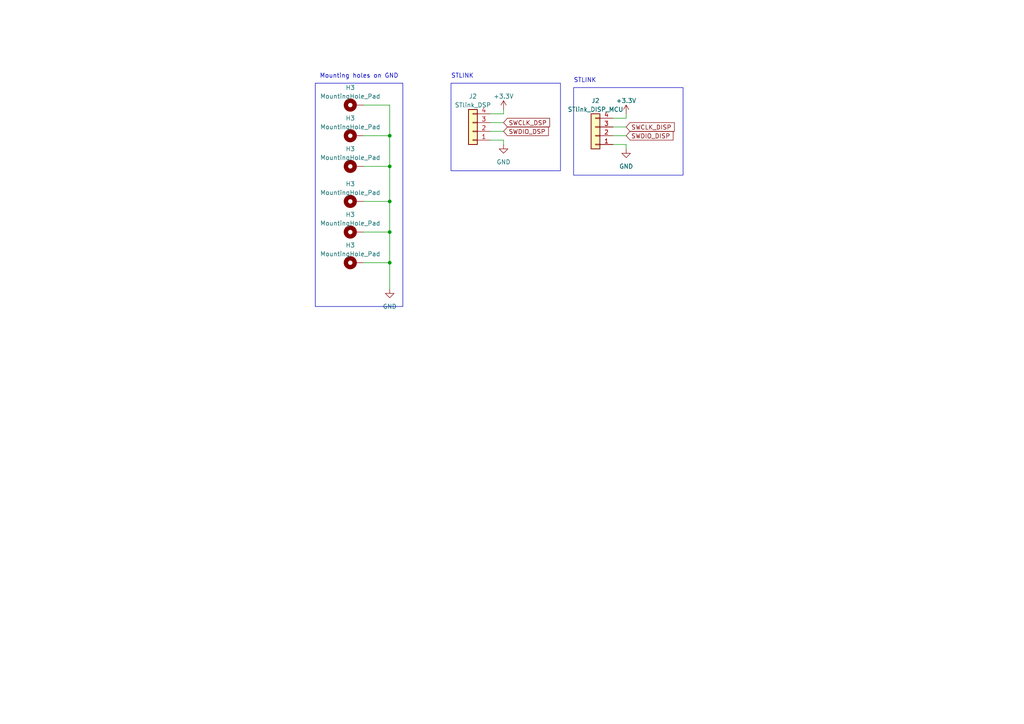
<source format=kicad_sch>
(kicad_sch (version 20230121) (generator eeschema)
  (paper "A4")
  (lib_symbols
    (symbol "Connector_Generic:Conn_01x04" (pin_names (offset 1.016) hide)
      (property "Reference" "J" (at 0 5.08 0))
      (property "Value" "Conn_01x04" (at 0 -7.62 0))
      (symbol "Conn_01x04_1_1"
        (rectangle (start -1.27 -4.953) (end 0 -5.207) (stroke (width 0.1524)))
        (rectangle (start -1.27 -2.413) (end 0 -2.667) (stroke (width 0.1524)))
        (rectangle (start -1.27 0.127) (end 0 -0.127) (stroke (width 0.1524)))
        (rectangle (start -1.27 2.667) (end 0 2.413) (stroke (width 0.1524)))
        (rectangle (start -1.27 3.81) (end 1.27 -6.35) (stroke (width 0.254)) (fill (type background)))
        (pin passive line (at -5.08 2.54 0) (length 3.81) (name "Pin_1") (number "1"))
        (pin passive line (at -5.08 0 0) (length 3.81) (name "Pin_2") (number "2"))
        (pin passive line (at -5.08 -2.54 0) (length 3.81) (name "Pin_3") (number "3"))
        (pin passive line (at -5.08 -5.08 0) (length 3.81) (name "Pin_4") (number "4"))
      )
    )
    (symbol "Mechanical:MountingHole_Pad" (pin_numbers hide) (pin_names (offset 1.016) hide)
      (property "Reference" "H" (at 0 6.35 0))
      (property "Value" "MountingHole_Pad" (at 0 4.445 0))
      (symbol "MountingHole_Pad_0_1"
        (circle (center 0 1.27) (radius 1.27) (stroke (width 1.27)))
      )
      (symbol "MountingHole_Pad_1_1"
        (pin input line (at 0 -2.54 90) (length 2.54) (name "1") (number "1"))
      )
    )
    (symbol "power:+3.3V" (power) (pin_names (offset 0))
      (property "Value" "+3.3V" (at 0 3.556 0))
      (symbol "+3.3V_0_1"
        (polyline (pts (xy -0.762 1.27) (xy 0 2.54)))
        (polyline (pts (xy 0 0) (xy 0 2.54)))
        (polyline (pts (xy 0 2.54) (xy 0.762 1.27)))
      )
      (symbol "+3.3V_1_1"
        (pin power_in line (at 0 0 90) (length 0) hide (name "+3.3V") (number "1"))
      )
    )
    (symbol "power:GND" (power) (pin_names (offset 0))
      (property "Value" "GND" (at 0 -3.81 0))
      (symbol "GND_0_1"
        (polyline (pts (xy 0 0) (xy 0 -1.27) (xy 1.27 -1.27) (xy 0 -2.54) (xy -1.27 -1.27) (xy 0 -1.27)))
      )
      (symbol "GND_1_1"
        (pin power_in line (at 0 0 270) (length 0) hide (name "GND") (number "1"))
      )
    )
  )
  (junction (at 113.03 58.42))
  (junction (at 113.03 48.26))
  (junction (at 113.03 76.2))
  (junction (at 113.03 67.31))
  (junction (at 113.03 39.37))
  (wire (pts (xy 113.03 83.82) (xy 113.03 76.2)))
  (wire (pts (xy 105.41 30.48) (xy 113.03 30.48)))
  (wire (pts (xy 177.8 34.29) (xy 181.61 34.29)))
  (wire (pts (xy 105.41 76.2) (xy 113.03 76.2)))
  (wire (pts (xy 113.03 76.2) (xy 113.03 67.31)))
  (wire (pts (xy 105.41 67.31) (xy 113.03 67.31)))
  (wire (pts (xy 105.41 48.26) (xy 113.03 48.26)))
  (wire (pts (xy 113.03 48.26) (xy 113.03 58.42)))
  (wire (pts (xy 181.61 43.18) (xy 181.61 41.91)))
  (wire (pts (xy 181.61 41.91) (xy 177.8 41.91)))
  (wire (pts (xy 177.8 36.83) (xy 181.61 36.83)))
  (wire (pts (xy 146.05 41.91) (xy 146.05 40.64)))
  (wire (pts (xy 113.03 67.31) (xy 113.03 58.42)))
  (wire (pts (xy 142.24 33.02) (xy 146.05 33.02)))
  (wire (pts (xy 113.03 39.37) (xy 113.03 48.26)))
  (wire (pts (xy 146.05 40.64) (xy 142.24 40.64)))
  (wire (pts (xy 177.8 39.37) (xy 181.61 39.37)))
  (wire (pts (xy 142.24 38.1) (xy 146.05 38.1)))
  (wire (pts (xy 181.61 33.02) (xy 181.61 34.29)))
  (wire (pts (xy 105.41 39.37) (xy 113.03 39.37)))
  (wire (pts (xy 142.24 35.56) (xy 146.05 35.56)))
  (wire (pts (xy 146.05 31.75) (xy 146.05 33.02)))
  (wire (pts (xy 113.03 30.48) (xy 113.03 39.37)))
  (wire (pts (xy 105.41 58.42) (xy 113.03 58.42)))
  (rectangle (start 166.37 25.4) (end 198.12 50.8))
  (rectangle (start 130.81 24.13) (end 162.56 49.53))
  (text_box "" (at 91.44 24.13 0) (size 25.4 64.77) (effects (font (size 1.27 1.27)) (justify left top)))
  (text "STLINK" (at 130.81 22.86 0) (effects (font (size 1.27 1.27)) (justify left bottom)))
  (text "STLINK" (at 166.37 24.13 0) (effects (font (size 1.27 1.27)) (justify left bottom)))
  (text "Mounting holes on GND\n" (at 92.71 22.86 0) (effects (font (size 1.27 1.27)) (justify left bottom)))
  (global_label "SWCLK_DSP" (shape input) (at 146.05 35.56 0) (property "Intersheetrefs" "${INTERSHEET_REFS}" (effects hide)))
  (global_label "SWCLK_DISP" (shape input) (at 181.61 36.83 0) (property "Intersheetrefs" "${INTERSHEET_REFS}" (effects hide)))
  (global_label "SWDIO_DISP" (shape input) (at 181.61 39.37 0) (property "Intersheetrefs" "${INTERSHEET_REFS}" (effects hide)))
  (global_label "SWDIO_DSP" (shape input) (at 146.05 38.1 0) (property "Intersheetrefs" "${INTERSHEET_REFS}" (effects hide)))
  (symbol (lib_id "Connector_Generic:Conn_01x04") (at 137.16 38.1 180) (unit 1)
    (property "Reference" "J2" (at 137.16 27.94 0))
    (property "Value" "STlink_DSP" (at 137.16 30.48 0))
    (property "Footprint" "Connector_PinHeader_2.54mm:PinHeader_1x04_P2.54mm_Vertical" (effects hide))
  )
  (symbol (lib_id "Mechanical:MountingHole_Pad") (at 102.87 48.26 90) (unit 1)
    (property "Reference" "H3" (at 101.6 43.18 90))
    (property "Value" "MountingHole_Pad" (at 101.6 45.72 90))
    (property "Footprint" "MountingHole:MountingHole_3.2mm_M3_DIN965_Pad" (effects hide))
  )
  (symbol (lib_id "power:GND") (at 146.05 41.91 0) (unit 1)
    (property "Reference" "#PWR011" (effects hide))
    (property "Value" "GND" (at 146.05 46.99 0))
  )
  (symbol (lib_id "Mechanical:MountingHole_Pad") (at 102.87 39.37 90) (unit 1)
    (property "Reference" "H3" (at 101.6 34.29 90))
    (property "Value" "MountingHole_Pad" (at 101.6 36.83 90))
    (property "Footprint" "MountingHole:MountingHole_3.2mm_M3_DIN965_Pad" (effects hide))
    (instances (project "stm_audio_board_V3" (path "" (reference "H3") (unit 1)) (path "" (reference "H1") (unit 1)) (path "" (reference "H2") (unit 1))))
  )
  (symbol (lib_id "Mechanical:MountingHole_Pad") (at 102.87 67.31 90) (unit 1)
    (property "Reference" "H3" (at 101.6 62.23 90))
    (property "Value" "MountingHole_Pad" (at 101.6 64.77 90))
    (property "Footprint" "MountingHole:MountingHole_3.2mm_M3_DIN965_Pad" (effects hide))
    (instances (project "stm_audio_board_V3" (path "" (reference "H3") (unit 1)) (path "" (reference "H4") (unit 1)) (path "" (reference "H5") (unit 1))))
  )
  (symbol (lib_id "Mechanical:MountingHole_Pad") (at 102.87 58.42 90) (unit 1)
    (property "Reference" "H3" (at 101.6 53.34 90))
    (property "Value" "MountingHole_Pad" (at 101.6 55.88 90))
    (property "Footprint" "MountingHole:MountingHole_3.2mm_M3_DIN965_Pad" (effects hide))
    (instances (project "stm_audio_board_V3" (path "" (reference "H3") (unit 1)) (path "" (reference "H4") (unit 1)) (path "" (reference "H4") (unit 1))))
  )
  (symbol (lib_id "power:GND") (at 181.61 43.18 0) (unit 1)
    (property "Reference" "#PWR011" (effects hide))
    (property "Value" "GND" (at 181.61 48.26 0))
    (instances (project "stm_audio_board_V3" (path "" (reference "#PWR011") (unit 1)) (path "" (reference "#PWR011") (unit 1)) (path "" (reference "#PWR0109") (unit 1))))
  )
  (symbol (lib_id "power:+3.3V") (at 146.05 31.75 0) (unit 1)
    (property "Reference" "#PWR034" (effects hide))
    (property "Value" "+3.3V" (at 146.05 27.94 0))
  )
  (symbol (lib_id "Mechanical:MountingHole_Pad") (at 102.87 76.2 90) (unit 1)
    (property "Reference" "H3" (at 101.6 71.12 90))
    (property "Value" "MountingHole_Pad" (at 101.6 73.66 90))
    (property "Footprint" "MountingHole:MountingHole_3.2mm_M3_DIN965_Pad" (effects hide))
    (instances (project "stm_audio_board_V3" (path "" (reference "H3") (unit 1)) (path "" (reference "H4") (unit 1)) (path "" (reference "H6") (unit 1))))
  )
  (symbol (lib_id "Connector_Generic:Conn_01x04") (at 172.72 39.37 180) (unit 1)
    (property "Reference" "J2" (at 172.72 29.21 0))
    (property "Value" "STlink_DISP_MCU" (at 172.72 31.75 0))
    (property "Footprint" "Connector_PinHeader_2.54mm:PinHeader_1x04_P2.54mm_Vertical" (effects hide))
    (instances (project "stm_audio_board_V3" (path "" (reference "J2") (unit 1)) (path "" (reference "J2") (unit 1)) (path "" (reference "J16") (unit 1))))
  )
  (symbol (lib_id "power:+3.3V") (at 181.61 33.02 0) (unit 1)
    (property "Reference" "#PWR0108" (effects hide))
    (property "Value" "+3.3V" (at 181.61 29.21 0))
  )
  (symbol (lib_id "Mechanical:MountingHole_Pad") (at 102.87 30.48 90) (unit 1)
    (property "Reference" "H3" (at 101.6 25.4 90))
    (property "Value" "MountingHole_Pad" (at 101.6 27.94 90))
    (property "Footprint" "MountingHole:MountingHole_3.2mm_M3_DIN965_Pad" (effects hide))
    (instances (project "stm_audio_board_V3" (path "" (reference "H3") (unit 1)) (path "" (reference "H2") (unit 1)) (path "" (reference "H1") (unit 1))))
  )
  (symbol (lib_id "power:GND") (at 113.03 83.82 0) (unit 1)
    (property "Reference" "#PWR02" (effects hide))
    (property "Value" "GND" (at 113.03 88.9 0))
    (instances (project "stm_audio_board_V3" (path "" (reference "#PWR02") (unit 1)) (path "" (reference "#PWR056") (unit 1)) (path "" (reference "#PWR056") (unit 1))))
  )
)
</source>
